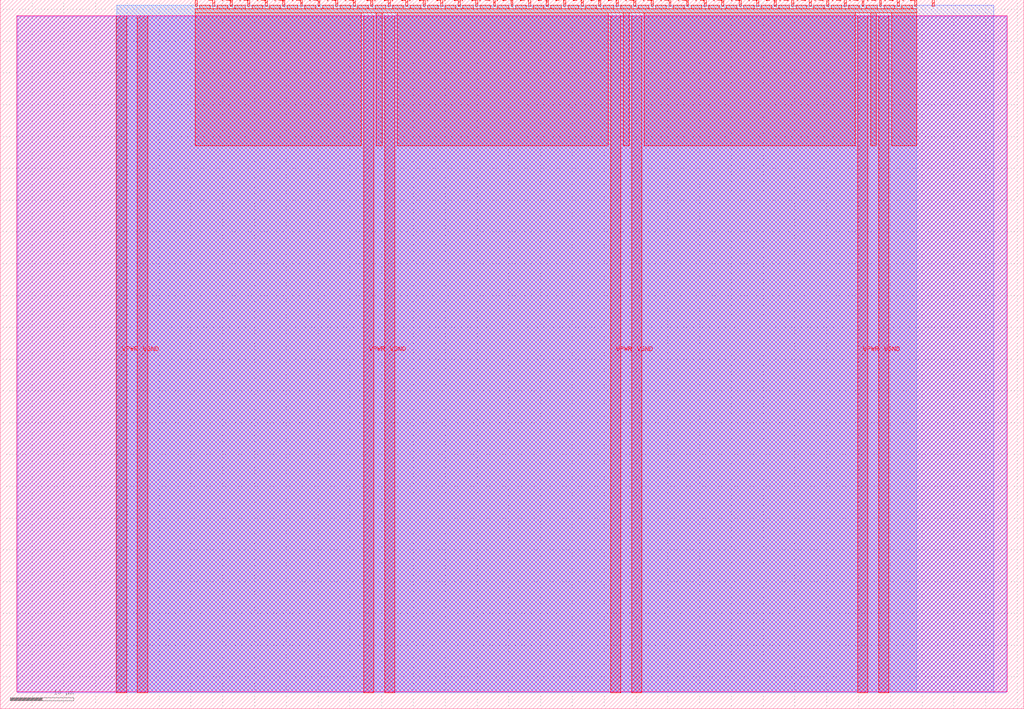
<source format=lef>
VERSION 5.7 ;
  NOWIREEXTENSIONATPIN ON ;
  DIVIDERCHAR "/" ;
  BUSBITCHARS "[]" ;
MACRO tt_um_monishvr_fifo
  CLASS BLOCK ;
  FOREIGN tt_um_monishvr_fifo ;
  ORIGIN 0.000 0.000 ;
  SIZE 161.000 BY 111.520 ;
  PIN VGND
    DIRECTION INOUT ;
    USE GROUND ;
    PORT
      LAYER met4 ;
        RECT 21.580 2.480 23.180 109.040 ;
    END
    PORT
      LAYER met4 ;
        RECT 60.450 2.480 62.050 109.040 ;
    END
    PORT
      LAYER met4 ;
        RECT 99.320 2.480 100.920 109.040 ;
    END
    PORT
      LAYER met4 ;
        RECT 138.190 2.480 139.790 109.040 ;
    END
  END VGND
  PIN VPWR
    DIRECTION INOUT ;
    USE POWER ;
    PORT
      LAYER met4 ;
        RECT 18.280 2.480 19.880 109.040 ;
    END
    PORT
      LAYER met4 ;
        RECT 57.150 2.480 58.750 109.040 ;
    END
    PORT
      LAYER met4 ;
        RECT 96.020 2.480 97.620 109.040 ;
    END
    PORT
      LAYER met4 ;
        RECT 134.890 2.480 136.490 109.040 ;
    END
  END VPWR
  PIN clk
    DIRECTION INPUT ;
    USE SIGNAL ;
    ANTENNAGATEAREA 0.852000 ;
    PORT
      LAYER met4 ;
        RECT 143.830 110.520 144.130 111.520 ;
    END
  END clk
  PIN ena
    DIRECTION INPUT ;
    USE SIGNAL ;
    PORT
      LAYER met4 ;
        RECT 146.590 110.520 146.890 111.520 ;
    END
  END ena
  PIN rst_n
    DIRECTION INPUT ;
    USE SIGNAL ;
    ANTENNAGATEAREA 0.213000 ;
    PORT
      LAYER met4 ;
        RECT 141.070 110.520 141.370 111.520 ;
    END
  END rst_n
  PIN ui_in[0]
    DIRECTION INPUT ;
    USE SIGNAL ;
    PORT
      LAYER met4 ;
        RECT 138.310 110.520 138.610 111.520 ;
    END
  END ui_in[0]
  PIN ui_in[1]
    DIRECTION INPUT ;
    USE SIGNAL ;
    PORT
      LAYER met4 ;
        RECT 135.550 110.520 135.850 111.520 ;
    END
  END ui_in[1]
  PIN ui_in[2]
    DIRECTION INPUT ;
    USE SIGNAL ;
    ANTENNAGATEAREA 0.196500 ;
    PORT
      LAYER met4 ;
        RECT 132.790 110.520 133.090 111.520 ;
    END
  END ui_in[2]
  PIN ui_in[3]
    DIRECTION INPUT ;
    USE SIGNAL ;
    ANTENNAGATEAREA 0.196500 ;
    PORT
      LAYER met4 ;
        RECT 130.030 110.520 130.330 111.520 ;
    END
  END ui_in[3]
  PIN ui_in[4]
    DIRECTION INPUT ;
    USE SIGNAL ;
    ANTENNAGATEAREA 0.213000 ;
    PORT
      LAYER met4 ;
        RECT 127.270 110.520 127.570 111.520 ;
    END
  END ui_in[4]
  PIN ui_in[5]
    DIRECTION INPUT ;
    USE SIGNAL ;
    ANTENNAGATEAREA 0.213000 ;
    PORT
      LAYER met4 ;
        RECT 124.510 110.520 124.810 111.520 ;
    END
  END ui_in[5]
  PIN ui_in[6]
    DIRECTION INPUT ;
    USE SIGNAL ;
    ANTENNAGATEAREA 0.213000 ;
    PORT
      LAYER met4 ;
        RECT 121.750 110.520 122.050 111.520 ;
    END
  END ui_in[6]
  PIN ui_in[7]
    DIRECTION INPUT ;
    USE SIGNAL ;
    ANTENNAGATEAREA 0.213000 ;
    PORT
      LAYER met4 ;
        RECT 118.990 110.520 119.290 111.520 ;
    END
  END ui_in[7]
  PIN uio_in[0]
    DIRECTION INPUT ;
    USE SIGNAL ;
    PORT
      LAYER met4 ;
        RECT 116.230 110.520 116.530 111.520 ;
    END
  END uio_in[0]
  PIN uio_in[1]
    DIRECTION INPUT ;
    USE SIGNAL ;
    PORT
      LAYER met4 ;
        RECT 113.470 110.520 113.770 111.520 ;
    END
  END uio_in[1]
  PIN uio_in[2]
    DIRECTION INPUT ;
    USE SIGNAL ;
    PORT
      LAYER met4 ;
        RECT 110.710 110.520 111.010 111.520 ;
    END
  END uio_in[2]
  PIN uio_in[3]
    DIRECTION INPUT ;
    USE SIGNAL ;
    PORT
      LAYER met4 ;
        RECT 107.950 110.520 108.250 111.520 ;
    END
  END uio_in[3]
  PIN uio_in[4]
    DIRECTION INPUT ;
    USE SIGNAL ;
    PORT
      LAYER met4 ;
        RECT 105.190 110.520 105.490 111.520 ;
    END
  END uio_in[4]
  PIN uio_in[5]
    DIRECTION INPUT ;
    USE SIGNAL ;
    PORT
      LAYER met4 ;
        RECT 102.430 110.520 102.730 111.520 ;
    END
  END uio_in[5]
  PIN uio_in[6]
    DIRECTION INPUT ;
    USE SIGNAL ;
    PORT
      LAYER met4 ;
        RECT 99.670 110.520 99.970 111.520 ;
    END
  END uio_in[6]
  PIN uio_in[7]
    DIRECTION INPUT ;
    USE SIGNAL ;
    PORT
      LAYER met4 ;
        RECT 96.910 110.520 97.210 111.520 ;
    END
  END uio_in[7]
  PIN uio_oe[0]
    DIRECTION OUTPUT ;
    USE SIGNAL ;
    PORT
      LAYER met4 ;
        RECT 49.990 110.520 50.290 111.520 ;
    END
  END uio_oe[0]
  PIN uio_oe[1]
    DIRECTION OUTPUT ;
    USE SIGNAL ;
    PORT
      LAYER met4 ;
        RECT 47.230 110.520 47.530 111.520 ;
    END
  END uio_oe[1]
  PIN uio_oe[2]
    DIRECTION OUTPUT ;
    USE SIGNAL ;
    PORT
      LAYER met4 ;
        RECT 44.470 110.520 44.770 111.520 ;
    END
  END uio_oe[2]
  PIN uio_oe[3]
    DIRECTION OUTPUT ;
    USE SIGNAL ;
    PORT
      LAYER met4 ;
        RECT 41.710 110.520 42.010 111.520 ;
    END
  END uio_oe[3]
  PIN uio_oe[4]
    DIRECTION OUTPUT ;
    USE SIGNAL ;
    PORT
      LAYER met4 ;
        RECT 38.950 110.520 39.250 111.520 ;
    END
  END uio_oe[4]
  PIN uio_oe[5]
    DIRECTION OUTPUT ;
    USE SIGNAL ;
    PORT
      LAYER met4 ;
        RECT 36.190 110.520 36.490 111.520 ;
    END
  END uio_oe[5]
  PIN uio_oe[6]
    DIRECTION OUTPUT ;
    USE SIGNAL ;
    PORT
      LAYER met4 ;
        RECT 33.430 110.520 33.730 111.520 ;
    END
  END uio_oe[6]
  PIN uio_oe[7]
    DIRECTION OUTPUT ;
    USE SIGNAL ;
    PORT
      LAYER met4 ;
        RECT 30.670 110.520 30.970 111.520 ;
    END
  END uio_oe[7]
  PIN uio_out[0]
    DIRECTION OUTPUT ;
    USE SIGNAL ;
    PORT
      LAYER met4 ;
        RECT 72.070 110.520 72.370 111.520 ;
    END
  END uio_out[0]
  PIN uio_out[1]
    DIRECTION OUTPUT ;
    USE SIGNAL ;
    PORT
      LAYER met4 ;
        RECT 69.310 110.520 69.610 111.520 ;
    END
  END uio_out[1]
  PIN uio_out[2]
    DIRECTION OUTPUT ;
    USE SIGNAL ;
    PORT
      LAYER met4 ;
        RECT 66.550 110.520 66.850 111.520 ;
    END
  END uio_out[2]
  PIN uio_out[3]
    DIRECTION OUTPUT ;
    USE SIGNAL ;
    PORT
      LAYER met4 ;
        RECT 63.790 110.520 64.090 111.520 ;
    END
  END uio_out[3]
  PIN uio_out[4]
    DIRECTION OUTPUT ;
    USE SIGNAL ;
    PORT
      LAYER met4 ;
        RECT 61.030 110.520 61.330 111.520 ;
    END
  END uio_out[4]
  PIN uio_out[5]
    DIRECTION OUTPUT ;
    USE SIGNAL ;
    PORT
      LAYER met4 ;
        RECT 58.270 110.520 58.570 111.520 ;
    END
  END uio_out[5]
  PIN uio_out[6]
    DIRECTION OUTPUT ;
    USE SIGNAL ;
    PORT
      LAYER met4 ;
        RECT 55.510 110.520 55.810 111.520 ;
    END
  END uio_out[6]
  PIN uio_out[7]
    DIRECTION OUTPUT ;
    USE SIGNAL ;
    PORT
      LAYER met4 ;
        RECT 52.750 110.520 53.050 111.520 ;
    END
  END uio_out[7]
  PIN uo_out[0]
    DIRECTION OUTPUT ;
    USE SIGNAL ;
    ANTENNADIFFAREA 0.795200 ;
    PORT
      LAYER met4 ;
        RECT 94.150 110.520 94.450 111.520 ;
    END
  END uo_out[0]
  PIN uo_out[1]
    DIRECTION OUTPUT ;
    USE SIGNAL ;
    ANTENNADIFFAREA 0.795200 ;
    PORT
      LAYER met4 ;
        RECT 91.390 110.520 91.690 111.520 ;
    END
  END uo_out[1]
  PIN uo_out[2]
    DIRECTION OUTPUT ;
    USE SIGNAL ;
    ANTENNAGATEAREA 0.126000 ;
    ANTENNADIFFAREA 0.445500 ;
    PORT
      LAYER met4 ;
        RECT 88.630 110.520 88.930 111.520 ;
    END
  END uo_out[2]
  PIN uo_out[3]
    DIRECTION OUTPUT ;
    USE SIGNAL ;
    ANTENNAGATEAREA 0.247500 ;
    ANTENNADIFFAREA 0.445500 ;
    PORT
      LAYER met4 ;
        RECT 85.870 110.520 86.170 111.520 ;
    END
  END uo_out[3]
  PIN uo_out[4]
    DIRECTION OUTPUT ;
    USE SIGNAL ;
    ANTENNAGATEAREA 0.126000 ;
    ANTENNADIFFAREA 0.445500 ;
    PORT
      LAYER met4 ;
        RECT 83.110 110.520 83.410 111.520 ;
    END
  END uo_out[4]
  PIN uo_out[5]
    DIRECTION OUTPUT ;
    USE SIGNAL ;
    ANTENNAGATEAREA 0.126000 ;
    ANTENNADIFFAREA 0.445500 ;
    PORT
      LAYER met4 ;
        RECT 80.350 110.520 80.650 111.520 ;
    END
  END uo_out[5]
  PIN uo_out[6]
    DIRECTION OUTPUT ;
    USE SIGNAL ;
    PORT
      LAYER met4 ;
        RECT 77.590 110.520 77.890 111.520 ;
    END
  END uo_out[6]
  PIN uo_out[7]
    DIRECTION OUTPUT ;
    USE SIGNAL ;
    PORT
      LAYER met4 ;
        RECT 74.830 110.520 75.130 111.520 ;
    END
  END uo_out[7]
  OBS
      LAYER nwell ;
        RECT 2.570 2.635 158.430 108.990 ;
      LAYER li1 ;
        RECT 2.760 2.635 158.240 108.885 ;
      LAYER met1 ;
        RECT 2.760 2.480 158.240 109.040 ;
      LAYER met2 ;
        RECT 18.310 2.535 156.300 110.685 ;
      LAYER met3 ;
        RECT 18.290 2.555 144.170 110.665 ;
      LAYER met4 ;
        RECT 31.370 110.120 33.030 110.665 ;
        RECT 34.130 110.120 35.790 110.665 ;
        RECT 36.890 110.120 38.550 110.665 ;
        RECT 39.650 110.120 41.310 110.665 ;
        RECT 42.410 110.120 44.070 110.665 ;
        RECT 45.170 110.120 46.830 110.665 ;
        RECT 47.930 110.120 49.590 110.665 ;
        RECT 50.690 110.120 52.350 110.665 ;
        RECT 53.450 110.120 55.110 110.665 ;
        RECT 56.210 110.120 57.870 110.665 ;
        RECT 58.970 110.120 60.630 110.665 ;
        RECT 61.730 110.120 63.390 110.665 ;
        RECT 64.490 110.120 66.150 110.665 ;
        RECT 67.250 110.120 68.910 110.665 ;
        RECT 70.010 110.120 71.670 110.665 ;
        RECT 72.770 110.120 74.430 110.665 ;
        RECT 75.530 110.120 77.190 110.665 ;
        RECT 78.290 110.120 79.950 110.665 ;
        RECT 81.050 110.120 82.710 110.665 ;
        RECT 83.810 110.120 85.470 110.665 ;
        RECT 86.570 110.120 88.230 110.665 ;
        RECT 89.330 110.120 90.990 110.665 ;
        RECT 92.090 110.120 93.750 110.665 ;
        RECT 94.850 110.120 96.510 110.665 ;
        RECT 97.610 110.120 99.270 110.665 ;
        RECT 100.370 110.120 102.030 110.665 ;
        RECT 103.130 110.120 104.790 110.665 ;
        RECT 105.890 110.120 107.550 110.665 ;
        RECT 108.650 110.120 110.310 110.665 ;
        RECT 111.410 110.120 113.070 110.665 ;
        RECT 114.170 110.120 115.830 110.665 ;
        RECT 116.930 110.120 118.590 110.665 ;
        RECT 119.690 110.120 121.350 110.665 ;
        RECT 122.450 110.120 124.110 110.665 ;
        RECT 125.210 110.120 126.870 110.665 ;
        RECT 127.970 110.120 129.630 110.665 ;
        RECT 130.730 110.120 132.390 110.665 ;
        RECT 133.490 110.120 135.150 110.665 ;
        RECT 136.250 110.120 137.910 110.665 ;
        RECT 139.010 110.120 140.670 110.665 ;
        RECT 141.770 110.120 143.430 110.665 ;
        RECT 30.655 109.440 144.145 110.120 ;
        RECT 30.655 88.575 56.750 109.440 ;
        RECT 59.150 88.575 60.050 109.440 ;
        RECT 62.450 88.575 95.620 109.440 ;
        RECT 98.020 88.575 98.920 109.440 ;
        RECT 101.320 88.575 134.490 109.440 ;
        RECT 136.890 88.575 137.790 109.440 ;
        RECT 140.190 88.575 144.145 109.440 ;
  END
END tt_um_monishvr_fifo
END LIBRARY


</source>
